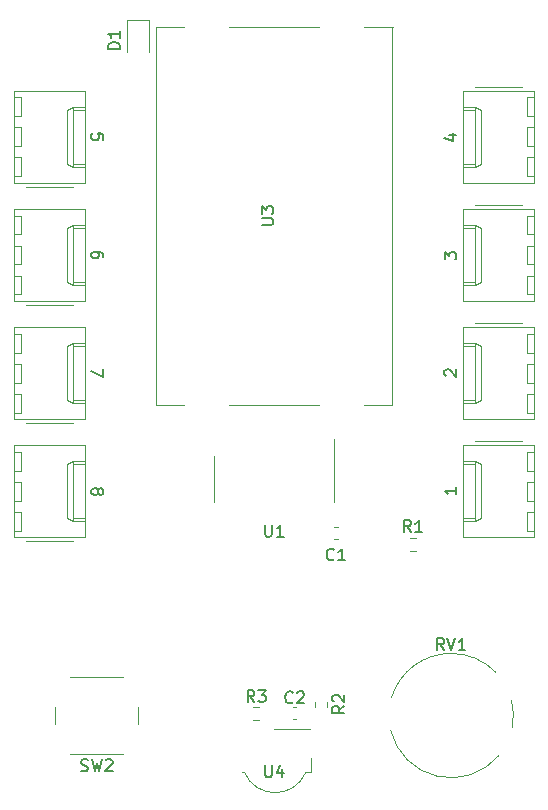
<source format=gto>
%TF.GenerationSoftware,KiCad,Pcbnew,7.0.9*%
%TF.CreationDate,2023-11-19T18:12:56+00:00*%
%TF.ProjectId,12v-jelly,3132762d-6a65-46c6-9c79-2e6b69636164,rev?*%
%TF.SameCoordinates,Original*%
%TF.FileFunction,Legend,Top*%
%TF.FilePolarity,Positive*%
%FSLAX46Y46*%
G04 Gerber Fmt 4.6, Leading zero omitted, Abs format (unit mm)*
G04 Created by KiCad (PCBNEW 7.0.9) date 2023-11-19 18:12:56*
%MOMM*%
%LPD*%
G01*
G04 APERTURE LIST*
%ADD10C,0.150000*%
%ADD11C,0.120000*%
G04 APERTURE END LIST*
D10*
X79238095Y-65854819D02*
X79238095Y-66664342D01*
X79238095Y-66664342D02*
X79285714Y-66759580D01*
X79285714Y-66759580D02*
X79333333Y-66807200D01*
X79333333Y-66807200D02*
X79428571Y-66854819D01*
X79428571Y-66854819D02*
X79619047Y-66854819D01*
X79619047Y-66854819D02*
X79714285Y-66807200D01*
X79714285Y-66807200D02*
X79761904Y-66759580D01*
X79761904Y-66759580D02*
X79809523Y-66664342D01*
X79809523Y-66664342D02*
X79809523Y-65854819D01*
X80809523Y-66854819D02*
X80238095Y-66854819D01*
X80523809Y-66854819D02*
X80523809Y-65854819D01*
X80523809Y-65854819D02*
X80428571Y-65997676D01*
X80428571Y-65997676D02*
X80333333Y-66092914D01*
X80333333Y-66092914D02*
X80238095Y-66140533D01*
X91583333Y-66454819D02*
X91250000Y-65978628D01*
X91011905Y-66454819D02*
X91011905Y-65454819D01*
X91011905Y-65454819D02*
X91392857Y-65454819D01*
X91392857Y-65454819D02*
X91488095Y-65502438D01*
X91488095Y-65502438D02*
X91535714Y-65550057D01*
X91535714Y-65550057D02*
X91583333Y-65645295D01*
X91583333Y-65645295D02*
X91583333Y-65788152D01*
X91583333Y-65788152D02*
X91535714Y-65883390D01*
X91535714Y-65883390D02*
X91488095Y-65931009D01*
X91488095Y-65931009D02*
X91392857Y-65978628D01*
X91392857Y-65978628D02*
X91011905Y-65978628D01*
X92535714Y-66454819D02*
X91964286Y-66454819D01*
X92250000Y-66454819D02*
X92250000Y-65454819D01*
X92250000Y-65454819D02*
X92154762Y-65597676D01*
X92154762Y-65597676D02*
X92059524Y-65692914D01*
X92059524Y-65692914D02*
X91964286Y-65740533D01*
X94788152Y-32849523D02*
X95454819Y-32849523D01*
X94407200Y-33087618D02*
X95121485Y-33325713D01*
X95121485Y-33325713D02*
X95121485Y-32706666D01*
X78954819Y-40461904D02*
X79764342Y-40461904D01*
X79764342Y-40461904D02*
X79859580Y-40414285D01*
X79859580Y-40414285D02*
X79907200Y-40366666D01*
X79907200Y-40366666D02*
X79954819Y-40271428D01*
X79954819Y-40271428D02*
X79954819Y-40080952D01*
X79954819Y-40080952D02*
X79907200Y-39985714D01*
X79907200Y-39985714D02*
X79859580Y-39938095D01*
X79859580Y-39938095D02*
X79764342Y-39890476D01*
X79764342Y-39890476D02*
X78954819Y-39890476D01*
X78954819Y-39509523D02*
X78954819Y-38890476D01*
X78954819Y-38890476D02*
X79335771Y-39223809D01*
X79335771Y-39223809D02*
X79335771Y-39080952D01*
X79335771Y-39080952D02*
X79383390Y-38985714D01*
X79383390Y-38985714D02*
X79431009Y-38938095D01*
X79431009Y-38938095D02*
X79526247Y-38890476D01*
X79526247Y-38890476D02*
X79764342Y-38890476D01*
X79764342Y-38890476D02*
X79859580Y-38938095D01*
X79859580Y-38938095D02*
X79907200Y-38985714D01*
X79907200Y-38985714D02*
X79954819Y-39080952D01*
X79954819Y-39080952D02*
X79954819Y-39366666D01*
X79954819Y-39366666D02*
X79907200Y-39461904D01*
X79907200Y-39461904D02*
X79859580Y-39509523D01*
X85954819Y-81166666D02*
X85478628Y-81499999D01*
X85954819Y-81738094D02*
X84954819Y-81738094D01*
X84954819Y-81738094D02*
X84954819Y-81357142D01*
X84954819Y-81357142D02*
X85002438Y-81261904D01*
X85002438Y-81261904D02*
X85050057Y-81214285D01*
X85050057Y-81214285D02*
X85145295Y-81166666D01*
X85145295Y-81166666D02*
X85288152Y-81166666D01*
X85288152Y-81166666D02*
X85383390Y-81214285D01*
X85383390Y-81214285D02*
X85431009Y-81261904D01*
X85431009Y-81261904D02*
X85478628Y-81357142D01*
X85478628Y-81357142D02*
X85478628Y-81738094D01*
X85050057Y-80785713D02*
X85002438Y-80738094D01*
X85002438Y-80738094D02*
X84954819Y-80642856D01*
X84954819Y-80642856D02*
X84954819Y-80404761D01*
X84954819Y-80404761D02*
X85002438Y-80309523D01*
X85002438Y-80309523D02*
X85050057Y-80261904D01*
X85050057Y-80261904D02*
X85145295Y-80214285D01*
X85145295Y-80214285D02*
X85240533Y-80214285D01*
X85240533Y-80214285D02*
X85383390Y-80261904D01*
X85383390Y-80261904D02*
X85954819Y-80833332D01*
X85954819Y-80833332D02*
X85954819Y-80214285D01*
X65545180Y-43190476D02*
X65545180Y-43000000D01*
X65545180Y-43000000D02*
X65497561Y-42904762D01*
X65497561Y-42904762D02*
X65449942Y-42857143D01*
X65449942Y-42857143D02*
X65307085Y-42761905D01*
X65307085Y-42761905D02*
X65116609Y-42714286D01*
X65116609Y-42714286D02*
X64735657Y-42714286D01*
X64735657Y-42714286D02*
X64640419Y-42761905D01*
X64640419Y-42761905D02*
X64592800Y-42809524D01*
X64592800Y-42809524D02*
X64545180Y-42904762D01*
X64545180Y-42904762D02*
X64545180Y-43095238D01*
X64545180Y-43095238D02*
X64592800Y-43190476D01*
X64592800Y-43190476D02*
X64640419Y-43238095D01*
X64640419Y-43238095D02*
X64735657Y-43285714D01*
X64735657Y-43285714D02*
X64973752Y-43285714D01*
X64973752Y-43285714D02*
X65068990Y-43238095D01*
X65068990Y-43238095D02*
X65116609Y-43190476D01*
X65116609Y-43190476D02*
X65164228Y-43095238D01*
X65164228Y-43095238D02*
X65164228Y-42904762D01*
X65164228Y-42904762D02*
X65116609Y-42809524D01*
X65116609Y-42809524D02*
X65068990Y-42761905D01*
X65068990Y-42761905D02*
X64973752Y-42714286D01*
X63666667Y-86657200D02*
X63809524Y-86704819D01*
X63809524Y-86704819D02*
X64047619Y-86704819D01*
X64047619Y-86704819D02*
X64142857Y-86657200D01*
X64142857Y-86657200D02*
X64190476Y-86609580D01*
X64190476Y-86609580D02*
X64238095Y-86514342D01*
X64238095Y-86514342D02*
X64238095Y-86419104D01*
X64238095Y-86419104D02*
X64190476Y-86323866D01*
X64190476Y-86323866D02*
X64142857Y-86276247D01*
X64142857Y-86276247D02*
X64047619Y-86228628D01*
X64047619Y-86228628D02*
X63857143Y-86181009D01*
X63857143Y-86181009D02*
X63761905Y-86133390D01*
X63761905Y-86133390D02*
X63714286Y-86085771D01*
X63714286Y-86085771D02*
X63666667Y-85990533D01*
X63666667Y-85990533D02*
X63666667Y-85895295D01*
X63666667Y-85895295D02*
X63714286Y-85800057D01*
X63714286Y-85800057D02*
X63761905Y-85752438D01*
X63761905Y-85752438D02*
X63857143Y-85704819D01*
X63857143Y-85704819D02*
X64095238Y-85704819D01*
X64095238Y-85704819D02*
X64238095Y-85752438D01*
X64571429Y-85704819D02*
X64809524Y-86704819D01*
X64809524Y-86704819D02*
X65000000Y-85990533D01*
X65000000Y-85990533D02*
X65190476Y-86704819D01*
X65190476Y-86704819D02*
X65428572Y-85704819D01*
X65761905Y-85800057D02*
X65809524Y-85752438D01*
X65809524Y-85752438D02*
X65904762Y-85704819D01*
X65904762Y-85704819D02*
X66142857Y-85704819D01*
X66142857Y-85704819D02*
X66238095Y-85752438D01*
X66238095Y-85752438D02*
X66285714Y-85800057D01*
X66285714Y-85800057D02*
X66333333Y-85895295D01*
X66333333Y-85895295D02*
X66333333Y-85990533D01*
X66333333Y-85990533D02*
X66285714Y-86133390D01*
X66285714Y-86133390D02*
X65714286Y-86704819D01*
X65714286Y-86704819D02*
X66333333Y-86704819D01*
X94454819Y-43373332D02*
X94454819Y-42754285D01*
X94454819Y-42754285D02*
X94835771Y-43087618D01*
X94835771Y-43087618D02*
X94835771Y-42944761D01*
X94835771Y-42944761D02*
X94883390Y-42849523D01*
X94883390Y-42849523D02*
X94931009Y-42801904D01*
X94931009Y-42801904D02*
X95026247Y-42754285D01*
X95026247Y-42754285D02*
X95264342Y-42754285D01*
X95264342Y-42754285D02*
X95359580Y-42801904D01*
X95359580Y-42801904D02*
X95407200Y-42849523D01*
X95407200Y-42849523D02*
X95454819Y-42944761D01*
X95454819Y-42944761D02*
X95454819Y-43230475D01*
X95454819Y-43230475D02*
X95407200Y-43325713D01*
X95407200Y-43325713D02*
X95359580Y-43373332D01*
X66954819Y-25550594D02*
X65954819Y-25550594D01*
X65954819Y-25550594D02*
X65954819Y-25312499D01*
X65954819Y-25312499D02*
X66002438Y-25169642D01*
X66002438Y-25169642D02*
X66097676Y-25074404D01*
X66097676Y-25074404D02*
X66192914Y-25026785D01*
X66192914Y-25026785D02*
X66383390Y-24979166D01*
X66383390Y-24979166D02*
X66526247Y-24979166D01*
X66526247Y-24979166D02*
X66716723Y-25026785D01*
X66716723Y-25026785D02*
X66811961Y-25074404D01*
X66811961Y-25074404D02*
X66907200Y-25169642D01*
X66907200Y-25169642D02*
X66954819Y-25312499D01*
X66954819Y-25312499D02*
X66954819Y-25550594D01*
X66954819Y-24026785D02*
X66954819Y-24598213D01*
X66954819Y-24312499D02*
X65954819Y-24312499D01*
X65954819Y-24312499D02*
X66097676Y-24407737D01*
X66097676Y-24407737D02*
X66192914Y-24502975D01*
X66192914Y-24502975D02*
X66240533Y-24598213D01*
X65545180Y-52626667D02*
X65545180Y-53293333D01*
X65545180Y-53293333D02*
X64545180Y-52864762D01*
X81583333Y-80859580D02*
X81535714Y-80907200D01*
X81535714Y-80907200D02*
X81392857Y-80954819D01*
X81392857Y-80954819D02*
X81297619Y-80954819D01*
X81297619Y-80954819D02*
X81154762Y-80907200D01*
X81154762Y-80907200D02*
X81059524Y-80811961D01*
X81059524Y-80811961D02*
X81011905Y-80716723D01*
X81011905Y-80716723D02*
X80964286Y-80526247D01*
X80964286Y-80526247D02*
X80964286Y-80383390D01*
X80964286Y-80383390D02*
X81011905Y-80192914D01*
X81011905Y-80192914D02*
X81059524Y-80097676D01*
X81059524Y-80097676D02*
X81154762Y-80002438D01*
X81154762Y-80002438D02*
X81297619Y-79954819D01*
X81297619Y-79954819D02*
X81392857Y-79954819D01*
X81392857Y-79954819D02*
X81535714Y-80002438D01*
X81535714Y-80002438D02*
X81583333Y-80050057D01*
X81964286Y-80050057D02*
X82011905Y-80002438D01*
X82011905Y-80002438D02*
X82107143Y-79954819D01*
X82107143Y-79954819D02*
X82345238Y-79954819D01*
X82345238Y-79954819D02*
X82440476Y-80002438D01*
X82440476Y-80002438D02*
X82488095Y-80050057D01*
X82488095Y-80050057D02*
X82535714Y-80145295D01*
X82535714Y-80145295D02*
X82535714Y-80240533D01*
X82535714Y-80240533D02*
X82488095Y-80383390D01*
X82488095Y-80383390D02*
X81916667Y-80954819D01*
X81916667Y-80954819D02*
X82535714Y-80954819D01*
X65545180Y-33238095D02*
X65545180Y-32761905D01*
X65545180Y-32761905D02*
X65068990Y-32714286D01*
X65068990Y-32714286D02*
X65116609Y-32761905D01*
X65116609Y-32761905D02*
X65164228Y-32857143D01*
X65164228Y-32857143D02*
X65164228Y-33095238D01*
X65164228Y-33095238D02*
X65116609Y-33190476D01*
X65116609Y-33190476D02*
X65068990Y-33238095D01*
X65068990Y-33238095D02*
X64973752Y-33285714D01*
X64973752Y-33285714D02*
X64735657Y-33285714D01*
X64735657Y-33285714D02*
X64640419Y-33238095D01*
X64640419Y-33238095D02*
X64592800Y-33190476D01*
X64592800Y-33190476D02*
X64545180Y-33095238D01*
X64545180Y-33095238D02*
X64545180Y-32857143D01*
X64545180Y-32857143D02*
X64592800Y-32761905D01*
X64592800Y-32761905D02*
X64640419Y-32714286D01*
X65116609Y-62944762D02*
X65164228Y-62849524D01*
X65164228Y-62849524D02*
X65211847Y-62801905D01*
X65211847Y-62801905D02*
X65307085Y-62754286D01*
X65307085Y-62754286D02*
X65354704Y-62754286D01*
X65354704Y-62754286D02*
X65449942Y-62801905D01*
X65449942Y-62801905D02*
X65497561Y-62849524D01*
X65497561Y-62849524D02*
X65545180Y-62944762D01*
X65545180Y-62944762D02*
X65545180Y-63135238D01*
X65545180Y-63135238D02*
X65497561Y-63230476D01*
X65497561Y-63230476D02*
X65449942Y-63278095D01*
X65449942Y-63278095D02*
X65354704Y-63325714D01*
X65354704Y-63325714D02*
X65307085Y-63325714D01*
X65307085Y-63325714D02*
X65211847Y-63278095D01*
X65211847Y-63278095D02*
X65164228Y-63230476D01*
X65164228Y-63230476D02*
X65116609Y-63135238D01*
X65116609Y-63135238D02*
X65116609Y-62944762D01*
X65116609Y-62944762D02*
X65068990Y-62849524D01*
X65068990Y-62849524D02*
X65021371Y-62801905D01*
X65021371Y-62801905D02*
X64926133Y-62754286D01*
X64926133Y-62754286D02*
X64735657Y-62754286D01*
X64735657Y-62754286D02*
X64640419Y-62801905D01*
X64640419Y-62801905D02*
X64592800Y-62849524D01*
X64592800Y-62849524D02*
X64545180Y-62944762D01*
X64545180Y-62944762D02*
X64545180Y-63135238D01*
X64545180Y-63135238D02*
X64592800Y-63230476D01*
X64592800Y-63230476D02*
X64640419Y-63278095D01*
X64640419Y-63278095D02*
X64735657Y-63325714D01*
X64735657Y-63325714D02*
X64926133Y-63325714D01*
X64926133Y-63325714D02*
X65021371Y-63278095D01*
X65021371Y-63278095D02*
X65068990Y-63230476D01*
X65068990Y-63230476D02*
X65116609Y-63135238D01*
X78333333Y-80839819D02*
X78000000Y-80363628D01*
X77761905Y-80839819D02*
X77761905Y-79839819D01*
X77761905Y-79839819D02*
X78142857Y-79839819D01*
X78142857Y-79839819D02*
X78238095Y-79887438D01*
X78238095Y-79887438D02*
X78285714Y-79935057D01*
X78285714Y-79935057D02*
X78333333Y-80030295D01*
X78333333Y-80030295D02*
X78333333Y-80173152D01*
X78333333Y-80173152D02*
X78285714Y-80268390D01*
X78285714Y-80268390D02*
X78238095Y-80316009D01*
X78238095Y-80316009D02*
X78142857Y-80363628D01*
X78142857Y-80363628D02*
X77761905Y-80363628D01*
X78666667Y-79839819D02*
X79285714Y-79839819D01*
X79285714Y-79839819D02*
X78952381Y-80220771D01*
X78952381Y-80220771D02*
X79095238Y-80220771D01*
X79095238Y-80220771D02*
X79190476Y-80268390D01*
X79190476Y-80268390D02*
X79238095Y-80316009D01*
X79238095Y-80316009D02*
X79285714Y-80411247D01*
X79285714Y-80411247D02*
X79285714Y-80649342D01*
X79285714Y-80649342D02*
X79238095Y-80744580D01*
X79238095Y-80744580D02*
X79190476Y-80792200D01*
X79190476Y-80792200D02*
X79095238Y-80839819D01*
X79095238Y-80839819D02*
X78809524Y-80839819D01*
X78809524Y-80839819D02*
X78714286Y-80792200D01*
X78714286Y-80792200D02*
X78666667Y-80744580D01*
X94530057Y-53245713D02*
X94482438Y-53198094D01*
X94482438Y-53198094D02*
X94434819Y-53102856D01*
X94434819Y-53102856D02*
X94434819Y-52864761D01*
X94434819Y-52864761D02*
X94482438Y-52769523D01*
X94482438Y-52769523D02*
X94530057Y-52721904D01*
X94530057Y-52721904D02*
X94625295Y-52674285D01*
X94625295Y-52674285D02*
X94720533Y-52674285D01*
X94720533Y-52674285D02*
X94863390Y-52721904D01*
X94863390Y-52721904D02*
X95434819Y-53293332D01*
X95434819Y-53293332D02*
X95434819Y-52674285D01*
X95454819Y-62674285D02*
X95454819Y-63245713D01*
X95454819Y-62959999D02*
X94454819Y-62959999D01*
X94454819Y-62959999D02*
X94597676Y-63055237D01*
X94597676Y-63055237D02*
X94692914Y-63150475D01*
X94692914Y-63150475D02*
X94740533Y-63245713D01*
X79238095Y-86204819D02*
X79238095Y-87014342D01*
X79238095Y-87014342D02*
X79285714Y-87109580D01*
X79285714Y-87109580D02*
X79333333Y-87157200D01*
X79333333Y-87157200D02*
X79428571Y-87204819D01*
X79428571Y-87204819D02*
X79619047Y-87204819D01*
X79619047Y-87204819D02*
X79714285Y-87157200D01*
X79714285Y-87157200D02*
X79761904Y-87109580D01*
X79761904Y-87109580D02*
X79809523Y-87014342D01*
X79809523Y-87014342D02*
X79809523Y-86204819D01*
X80714285Y-86538152D02*
X80714285Y-87204819D01*
X80476190Y-86157200D02*
X80238095Y-86871485D01*
X80238095Y-86871485D02*
X80857142Y-86871485D01*
X85083333Y-68759580D02*
X85035714Y-68807200D01*
X85035714Y-68807200D02*
X84892857Y-68854819D01*
X84892857Y-68854819D02*
X84797619Y-68854819D01*
X84797619Y-68854819D02*
X84654762Y-68807200D01*
X84654762Y-68807200D02*
X84559524Y-68711961D01*
X84559524Y-68711961D02*
X84511905Y-68616723D01*
X84511905Y-68616723D02*
X84464286Y-68426247D01*
X84464286Y-68426247D02*
X84464286Y-68283390D01*
X84464286Y-68283390D02*
X84511905Y-68092914D01*
X84511905Y-68092914D02*
X84559524Y-67997676D01*
X84559524Y-67997676D02*
X84654762Y-67902438D01*
X84654762Y-67902438D02*
X84797619Y-67854819D01*
X84797619Y-67854819D02*
X84892857Y-67854819D01*
X84892857Y-67854819D02*
X85035714Y-67902438D01*
X85035714Y-67902438D02*
X85083333Y-67950057D01*
X86035714Y-68854819D02*
X85464286Y-68854819D01*
X85750000Y-68854819D02*
X85750000Y-67854819D01*
X85750000Y-67854819D02*
X85654762Y-67997676D01*
X85654762Y-67997676D02*
X85559524Y-68092914D01*
X85559524Y-68092914D02*
X85464286Y-68140533D01*
X94404761Y-76454819D02*
X94071428Y-75978628D01*
X93833333Y-76454819D02*
X93833333Y-75454819D01*
X93833333Y-75454819D02*
X94214285Y-75454819D01*
X94214285Y-75454819D02*
X94309523Y-75502438D01*
X94309523Y-75502438D02*
X94357142Y-75550057D01*
X94357142Y-75550057D02*
X94404761Y-75645295D01*
X94404761Y-75645295D02*
X94404761Y-75788152D01*
X94404761Y-75788152D02*
X94357142Y-75883390D01*
X94357142Y-75883390D02*
X94309523Y-75931009D01*
X94309523Y-75931009D02*
X94214285Y-75978628D01*
X94214285Y-75978628D02*
X93833333Y-75978628D01*
X94690476Y-75454819D02*
X95023809Y-76454819D01*
X95023809Y-76454819D02*
X95357142Y-75454819D01*
X96214285Y-76454819D02*
X95642857Y-76454819D01*
X95928571Y-76454819D02*
X95928571Y-75454819D01*
X95928571Y-75454819D02*
X95833333Y-75597676D01*
X95833333Y-75597676D02*
X95738095Y-75692914D01*
X95738095Y-75692914D02*
X95642857Y-75740533D01*
D11*
%TO.C,U1*%
X85060000Y-62000000D02*
X85060000Y-58550000D01*
X85060000Y-62000000D02*
X85060000Y-63950000D01*
X74940000Y-62000000D02*
X74940000Y-60050000D01*
X74940000Y-62000000D02*
X74940000Y-63950000D01*
%TO.C,R1*%
X91987258Y-68022500D02*
X91512742Y-68022500D01*
X91987258Y-66977500D02*
X91512742Y-66977500D01*
%TO.C,J6*%
X101000000Y-28790000D02*
X97000000Y-28790000D01*
X102030000Y-29080000D02*
X96010000Y-29080000D01*
X96010000Y-29080000D02*
X96010000Y-36920000D01*
X102030000Y-29660000D02*
X101430000Y-29660000D01*
X101430000Y-29660000D02*
X101430000Y-31260000D01*
X97010000Y-30460000D02*
X97540000Y-30710000D01*
X97010000Y-30460000D02*
X97010000Y-35540000D01*
X96010000Y-30460000D02*
X97010000Y-30460000D01*
X97540000Y-30710000D02*
X97540000Y-35290000D01*
X96010000Y-30710000D02*
X97010000Y-30710000D01*
X101430000Y-31260000D02*
X102030000Y-31260000D01*
X102030000Y-32200000D02*
X101430000Y-32200000D01*
X101430000Y-32200000D02*
X101430000Y-33800000D01*
X101430000Y-33800000D02*
X102030000Y-33800000D01*
X102030000Y-34740000D02*
X101430000Y-34740000D01*
X101430000Y-34740000D02*
X101430000Y-36340000D01*
X97540000Y-35290000D02*
X97010000Y-35540000D01*
X96010000Y-35290000D02*
X97010000Y-35290000D01*
X97010000Y-35540000D02*
X96010000Y-35540000D01*
X101430000Y-36340000D02*
X102030000Y-36340000D01*
X102030000Y-36920000D02*
X102030000Y-29080000D01*
X96010000Y-36920000D02*
X102030000Y-36920000D01*
%TO.C,U3*%
X70000000Y-55700000D02*
X70000000Y-23700000D01*
X72400000Y-55700000D02*
X70000000Y-55700000D01*
X83800000Y-55700000D02*
X76200000Y-55700000D01*
X90000000Y-55700000D02*
X87600000Y-55700000D01*
X70000000Y-23700000D02*
X72400000Y-23700000D01*
X76200000Y-23700000D02*
X83800000Y-23700000D01*
X87600000Y-23700000D02*
X90100000Y-23700000D01*
X90000000Y-23700000D02*
X90000000Y-55700000D01*
%TO.C,R2*%
X83477500Y-81302258D02*
X83477500Y-80827742D01*
X84522500Y-81302258D02*
X84522500Y-80827742D01*
%TO.C,J8*%
X59000000Y-47210000D02*
X63000000Y-47210000D01*
X57970000Y-46920000D02*
X63990000Y-46920000D01*
X63990000Y-46920000D02*
X63990000Y-39080000D01*
X57970000Y-46340000D02*
X58570000Y-46340000D01*
X58570000Y-46340000D02*
X58570000Y-44740000D01*
X62990000Y-45540000D02*
X62460000Y-45290000D01*
X62990000Y-45540000D02*
X62990000Y-40460000D01*
X63990000Y-45540000D02*
X62990000Y-45540000D01*
X62460000Y-45290000D02*
X62460000Y-40710000D01*
X63990000Y-45290000D02*
X62990000Y-45290000D01*
X58570000Y-44740000D02*
X57970000Y-44740000D01*
X57970000Y-43800000D02*
X58570000Y-43800000D01*
X58570000Y-43800000D02*
X58570000Y-42200000D01*
X58570000Y-42200000D02*
X57970000Y-42200000D01*
X57970000Y-41260000D02*
X58570000Y-41260000D01*
X58570000Y-41260000D02*
X58570000Y-39660000D01*
X62460000Y-40710000D02*
X62990000Y-40460000D01*
X63990000Y-40710000D02*
X62990000Y-40710000D01*
X62990000Y-40460000D02*
X63990000Y-40460000D01*
X58570000Y-39660000D02*
X57970000Y-39660000D01*
X57970000Y-39080000D02*
X57970000Y-46920000D01*
X63990000Y-39080000D02*
X57970000Y-39080000D01*
%TO.C,SW2*%
X68500000Y-82750000D02*
X68500000Y-81250000D01*
X67250000Y-78750000D02*
X62750000Y-78750000D01*
X62750000Y-85250000D02*
X67250000Y-85250000D01*
X61500000Y-81250000D02*
X61500000Y-82750000D01*
%TO.C,J5*%
X101000000Y-38790000D02*
X97000000Y-38790000D01*
X102030000Y-39080000D02*
X96010000Y-39080000D01*
X96010000Y-39080000D02*
X96010000Y-46920000D01*
X102030000Y-39660000D02*
X101430000Y-39660000D01*
X101430000Y-39660000D02*
X101430000Y-41260000D01*
X97010000Y-40460000D02*
X97540000Y-40710000D01*
X97010000Y-40460000D02*
X97010000Y-45540000D01*
X96010000Y-40460000D02*
X97010000Y-40460000D01*
X97540000Y-40710000D02*
X97540000Y-45290000D01*
X96010000Y-40710000D02*
X97010000Y-40710000D01*
X101430000Y-41260000D02*
X102030000Y-41260000D01*
X102030000Y-42200000D02*
X101430000Y-42200000D01*
X101430000Y-42200000D02*
X101430000Y-43800000D01*
X101430000Y-43800000D02*
X102030000Y-43800000D01*
X102030000Y-44740000D02*
X101430000Y-44740000D01*
X101430000Y-44740000D02*
X101430000Y-46340000D01*
X97540000Y-45290000D02*
X97010000Y-45540000D01*
X96010000Y-45290000D02*
X97010000Y-45290000D01*
X97010000Y-45540000D02*
X96010000Y-45540000D01*
X101430000Y-46340000D02*
X102030000Y-46340000D01*
X102030000Y-46920000D02*
X102030000Y-39080000D01*
X96010000Y-46920000D02*
X102030000Y-46920000D01*
%TO.C,D1*%
X69460000Y-23127500D02*
X67540000Y-23127500D01*
X67540000Y-23127500D02*
X67540000Y-25812500D01*
X69460000Y-25812500D02*
X69460000Y-23127500D01*
%TO.C,J9*%
X59000000Y-57210000D02*
X63000000Y-57210000D01*
X57970000Y-56920000D02*
X63990000Y-56920000D01*
X63990000Y-56920000D02*
X63990000Y-49080000D01*
X57970000Y-56340000D02*
X58570000Y-56340000D01*
X58570000Y-56340000D02*
X58570000Y-54740000D01*
X62990000Y-55540000D02*
X62460000Y-55290000D01*
X62990000Y-55540000D02*
X62990000Y-50460000D01*
X63990000Y-55540000D02*
X62990000Y-55540000D01*
X62460000Y-55290000D02*
X62460000Y-50710000D01*
X63990000Y-55290000D02*
X62990000Y-55290000D01*
X58570000Y-54740000D02*
X57970000Y-54740000D01*
X57970000Y-53800000D02*
X58570000Y-53800000D01*
X58570000Y-53800000D02*
X58570000Y-52200000D01*
X58570000Y-52200000D02*
X57970000Y-52200000D01*
X57970000Y-51260000D02*
X58570000Y-51260000D01*
X58570000Y-51260000D02*
X58570000Y-49660000D01*
X62460000Y-50710000D02*
X62990000Y-50460000D01*
X63990000Y-50710000D02*
X62990000Y-50710000D01*
X62990000Y-50460000D02*
X63990000Y-50460000D01*
X58570000Y-49660000D02*
X57970000Y-49660000D01*
X57970000Y-49080000D02*
X57970000Y-56920000D01*
X63990000Y-49080000D02*
X57970000Y-49080000D01*
%TO.C,C2*%
X81890580Y-82325000D02*
X81609420Y-82325000D01*
X81890580Y-81305000D02*
X81609420Y-81305000D01*
%TO.C,J7*%
X59000000Y-37210000D02*
X63000000Y-37210000D01*
X57970000Y-36920000D02*
X63990000Y-36920000D01*
X63990000Y-36920000D02*
X63990000Y-29080000D01*
X57970000Y-36340000D02*
X58570000Y-36340000D01*
X58570000Y-36340000D02*
X58570000Y-34740000D01*
X62990000Y-35540000D02*
X62460000Y-35290000D01*
X62990000Y-35540000D02*
X62990000Y-30460000D01*
X63990000Y-35540000D02*
X62990000Y-35540000D01*
X62460000Y-35290000D02*
X62460000Y-30710000D01*
X63990000Y-35290000D02*
X62990000Y-35290000D01*
X58570000Y-34740000D02*
X57970000Y-34740000D01*
X57970000Y-33800000D02*
X58570000Y-33800000D01*
X58570000Y-33800000D02*
X58570000Y-32200000D01*
X58570000Y-32200000D02*
X57970000Y-32200000D01*
X57970000Y-31260000D02*
X58570000Y-31260000D01*
X58570000Y-31260000D02*
X58570000Y-29660000D01*
X62460000Y-30710000D02*
X62990000Y-30460000D01*
X63990000Y-30710000D02*
X62990000Y-30710000D01*
X62990000Y-30460000D02*
X63990000Y-30460000D01*
X58570000Y-29660000D02*
X57970000Y-29660000D01*
X57970000Y-29080000D02*
X57970000Y-36920000D01*
X63990000Y-29080000D02*
X57970000Y-29080000D01*
%TO.C,J10*%
X59000000Y-67210000D02*
X63000000Y-67210000D01*
X57970000Y-66920000D02*
X63990000Y-66920000D01*
X63990000Y-66920000D02*
X63990000Y-59080000D01*
X57970000Y-66340000D02*
X58570000Y-66340000D01*
X58570000Y-66340000D02*
X58570000Y-64740000D01*
X62990000Y-65540000D02*
X62460000Y-65290000D01*
X62990000Y-65540000D02*
X62990000Y-60460000D01*
X63990000Y-65540000D02*
X62990000Y-65540000D01*
X62460000Y-65290000D02*
X62460000Y-60710000D01*
X63990000Y-65290000D02*
X62990000Y-65290000D01*
X58570000Y-64740000D02*
X57970000Y-64740000D01*
X57970000Y-63800000D02*
X58570000Y-63800000D01*
X58570000Y-63800000D02*
X58570000Y-62200000D01*
X58570000Y-62200000D02*
X57970000Y-62200000D01*
X57970000Y-61260000D02*
X58570000Y-61260000D01*
X58570000Y-61260000D02*
X58570000Y-59660000D01*
X62460000Y-60710000D02*
X62990000Y-60460000D01*
X63990000Y-60710000D02*
X62990000Y-60710000D01*
X62990000Y-60460000D02*
X63990000Y-60460000D01*
X58570000Y-59660000D02*
X57970000Y-59660000D01*
X57970000Y-59080000D02*
X57970000Y-66920000D01*
X63990000Y-59080000D02*
X57970000Y-59080000D01*
%TO.C,R3*%
X78262742Y-81292500D02*
X78737258Y-81292500D01*
X78262742Y-82337500D02*
X78737258Y-82337500D01*
%TO.C,J4*%
X100980000Y-48790000D02*
X96980000Y-48790000D01*
X102010000Y-49080000D02*
X95990000Y-49080000D01*
X95990000Y-49080000D02*
X95990000Y-56920000D01*
X102010000Y-49660000D02*
X101410000Y-49660000D01*
X101410000Y-49660000D02*
X101410000Y-51260000D01*
X96990000Y-50460000D02*
X97520000Y-50710000D01*
X96990000Y-50460000D02*
X96990000Y-55540000D01*
X95990000Y-50460000D02*
X96990000Y-50460000D01*
X97520000Y-50710000D02*
X97520000Y-55290000D01*
X95990000Y-50710000D02*
X96990000Y-50710000D01*
X101410000Y-51260000D02*
X102010000Y-51260000D01*
X102010000Y-52200000D02*
X101410000Y-52200000D01*
X101410000Y-52200000D02*
X101410000Y-53800000D01*
X101410000Y-53800000D02*
X102010000Y-53800000D01*
X102010000Y-54740000D02*
X101410000Y-54740000D01*
X101410000Y-54740000D02*
X101410000Y-56340000D01*
X97520000Y-55290000D02*
X96990000Y-55540000D01*
X95990000Y-55290000D02*
X96990000Y-55290000D01*
X96990000Y-55540000D02*
X95990000Y-55540000D01*
X101410000Y-56340000D02*
X102010000Y-56340000D01*
X102010000Y-56920000D02*
X102010000Y-49080000D01*
X95990000Y-56920000D02*
X102010000Y-56920000D01*
%TO.C,J3*%
X101000000Y-58790000D02*
X97000000Y-58790000D01*
X102030000Y-59080000D02*
X96010000Y-59080000D01*
X96010000Y-59080000D02*
X96010000Y-66920000D01*
X102030000Y-59660000D02*
X101430000Y-59660000D01*
X101430000Y-59660000D02*
X101430000Y-61260000D01*
X97010000Y-60460000D02*
X97540000Y-60710000D01*
X97010000Y-60460000D02*
X97010000Y-65540000D01*
X96010000Y-60460000D02*
X97010000Y-60460000D01*
X97540000Y-60710000D02*
X97540000Y-65290000D01*
X96010000Y-60710000D02*
X97010000Y-60710000D01*
X101430000Y-61260000D02*
X102030000Y-61260000D01*
X102030000Y-62200000D02*
X101430000Y-62200000D01*
X101430000Y-62200000D02*
X101430000Y-63800000D01*
X101430000Y-63800000D02*
X102030000Y-63800000D01*
X102030000Y-64740000D02*
X101430000Y-64740000D01*
X101430000Y-64740000D02*
X101430000Y-66340000D01*
X97540000Y-65290000D02*
X97010000Y-65540000D01*
X96010000Y-65290000D02*
X97010000Y-65290000D01*
X97010000Y-65540000D02*
X96010000Y-65540000D01*
X101430000Y-66340000D02*
X102030000Y-66340000D01*
X102030000Y-66920000D02*
X102030000Y-59080000D01*
X96010000Y-66920000D02*
X102030000Y-66920000D01*
%TO.C,U4*%
X77500000Y-86800000D02*
X77280000Y-86800000D01*
X83080000Y-83140000D02*
X80000000Y-83140000D01*
X83160000Y-86800000D02*
X82700000Y-86800000D01*
X83160000Y-86800000D02*
X83160000Y-85600000D01*
X77500001Y-86800000D02*
G75*
G03*
X82699999Y-86800000I2599999J1100000D01*
G01*
%TO.C,C1*%
X85109420Y-65990000D02*
X85390580Y-65990000D01*
X85109420Y-67010000D02*
X85390580Y-67010000D01*
%TO.C,RV1*%
X100173999Y-83006000D02*
G75*
G03*
X100114390Y-80725119I-5173999J1006000D01*
G01*
X89886001Y-83274000D02*
G75*
G03*
X99036621Y-85388474I5113999J1274000D01*
G01*
X98791000Y-78339000D02*
G75*
G03*
X94907970Y-76730643I-3791000J-3661000D01*
G01*
X95000000Y-76730001D02*
G75*
G03*
X89960275Y-80459201I0J-5269999D01*
G01*
%TD*%
M02*

</source>
